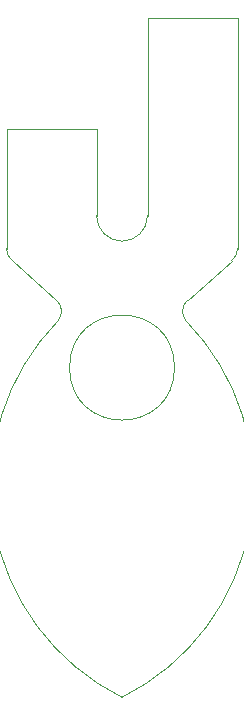
<source format=gbr>
G04 #@! TF.GenerationSoftware,KiCad,Pcbnew,(5.99.0-10027-g0561ce903e)*
G04 #@! TF.CreationDate,2021-10-10T12:50:56-07:00*
G04 #@! TF.ProjectId,scale_cca,7363616c-655f-4636-9361-2e6b69636164,v1r0*
G04 #@! TF.SameCoordinates,Original*
G04 #@! TF.FileFunction,Profile,NP*
%FSLAX46Y46*%
G04 Gerber Fmt 4.6, Leading zero omitted, Abs format (unit mm)*
G04 Created by KiCad (PCBNEW (5.99.0-10027-g0561ce903e)) date 2021-10-10 12:50:56*
%MOMM*%
%LPD*%
G01*
G04 APERTURE LIST*
G04 #@! TA.AperFunction,Profile*
%ADD10C,0.120000*%
G04 #@! TD*
G04 APERTURE END LIST*
D10*
X42100500Y-27558999D02*
X45783500Y-24257000D01*
X36512499Y-61214001D02*
G75*
G02*
X31100000Y-29337000I8873749J17904706D01*
G01*
X41924998Y-29336999D02*
G75*
G02*
X42100500Y-27558999I976751J801249D01*
G01*
X26733500Y-13081000D02*
X26733500Y-23241000D01*
X36512498Y-22596518D02*
G75*
G02*
X34353500Y-20445853I-1042J2157968D01*
G01*
X30924502Y-27558998D02*
G75*
G02*
X31100000Y-29337000I-801252J-976750D01*
G01*
X46291500Y-3683000D02*
X46291500Y-23241000D01*
X46291501Y-23241001D02*
G75*
G02*
X45783500Y-24257000I-1242461J-13768D01*
G01*
X38671500Y-20446247D02*
G75*
G02*
X36512500Y-22596516I-2152083J1804D01*
G01*
X30924500Y-27558999D02*
X27241500Y-24257000D01*
X26733499Y-23241000D02*
G75*
G03*
X27241500Y-24257000I1241722J-14139D01*
G01*
X26733500Y-13081000D02*
X34353500Y-13081000D01*
X40957500Y-33300010D02*
G75*
G03*
X40957500Y-33300010I-4445000J0D01*
G01*
X38671500Y-3683000D02*
X38671500Y-20446247D01*
X34353500Y-13081000D02*
X34353500Y-20445853D01*
X38671500Y-3683000D02*
X46291500Y-3683000D01*
X36512500Y-61214000D02*
G75*
G03*
X41925000Y-29337000I-8873748J17904706D01*
G01*
M02*

</source>
